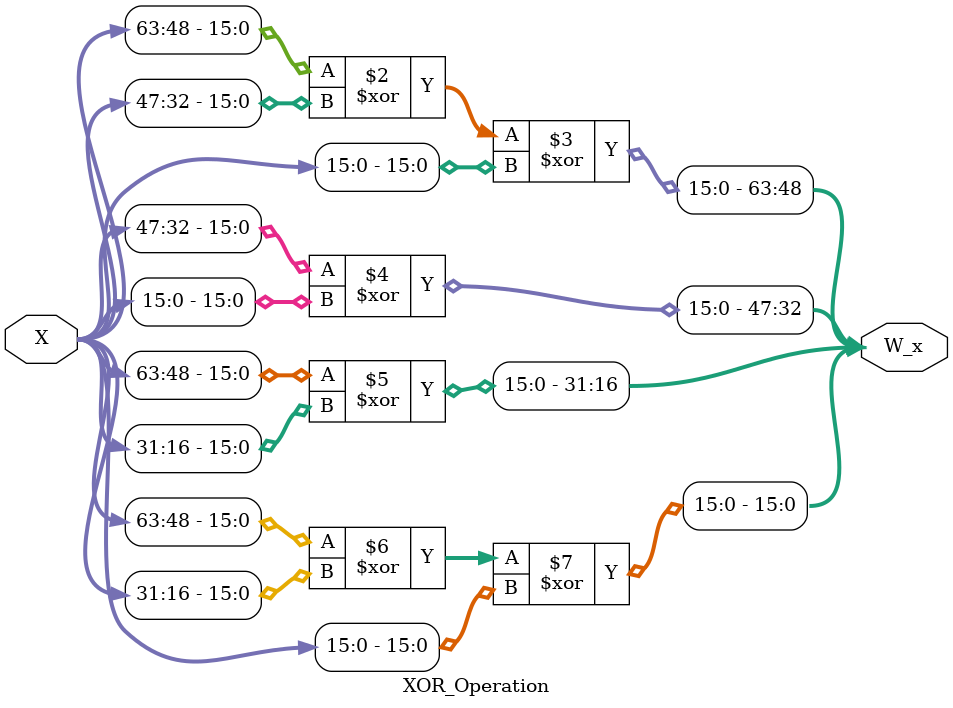
<source format=v>
module Round_enc(
    input [79:0] round_key,
    input [63:0] state_in,
    output [63:0] state_out );
    
    
    wire [63:0] S1,S2;
    Add_round_key     f1(state_in,round_key[63:0],S1);  //ilk þifre 0
    S_Box_Layer       f2(S1,S2);
    Permutation_Layer f3(S2,state_out);
    
endmodule


///// ADD ROUND KEY:

module Add_round_key(
input 	[63:0] 	State_in,
input 	[63:0] 	Round_key,
output	[63:0] 	State_out
);

	assign State_out = State_in ^ Round_key;

endmodule

///// S BOX LAYER:

module S_Box_Layer(
input 	[63:0] X,
output 	[63:0] S_x
);

	genvar i;
	generate for(i=0; i<16; i=i+1)  begin S_Box f(X[(4*i+3) : (4*i)], S_x[(4*i+3) : (4*i)]);  end endgenerate
	
endmodule


module S_Box(
input 			[3:0]	data_i,
output reg 	[3:0]	dataOut
);

	always @(*) begin
		case(data_i)
			4'h0:dataOut=4'hE;
			4'h1:dataOut=4'h4;
			4'h2:dataOut=4'hB;
			4'h3:dataOut=4'h1;
			4'h4:dataOut=4'h7;
			4'h5:dataOut=4'h9;
			4'h6:dataOut=4'hC;
			4'h7:dataOut=4'hA;
			4'h8:dataOut=4'hD;
			4'h9:dataOut=4'h2;
			4'hA:dataOut=4'h0;
			4'hB:dataOut=4'hF;
			4'hC:dataOut=4'h8;
			4'hD:dataOut=4'h5;
			4'hE:dataOut=4'h3;
			4'hF:dataOut=4'h6;
			default:dataOut=4'hX;
		endcase
	end

endmodule

///// PERMUTATION LAYER:

module Permutation_Layer(
    input [63:0] state_in,
    output [63:0] state_out);
    
    wire [63:0] S1, S2;
    Block_Shuffle     bs(state_in,S1);
    Round_Permutation rp(S1,S2);
    XOR_Operation     xr(S2,state_out);
    
endmodule


module Block_Shuffle(
    input [63:0] j,
    output [63:0] B_j );
    genvar i;
    generate for(i=0; i<4; i=i+1) begin  Block_S f(j[(16*i+15) : (16*i)], B_j[(16*i+15) : (16*i)]);  end endgenerate
endmodule

module Block_S(
    input [15:0] a,
    output reg [15:0] B_a);
    always @* begin
        B_a[3:0]  = a[11:8];
        B_a[7:4]  = a[15:12];
        B_a[11:8] = a[3:0];
        B_a[15:12]= a[7:4];
    end
endmodule


module Round_Permutation(
    input [63:0] j,
    output reg [63:0] r_j  );
    
    always @* begin
        r_j[63:48] = {j[54:48],j[63:55]};
        r_j[47:32] = {j[40:32],j[47:41]};
        r_j[31:16] = {j[27:16],j[31:28]};
        r_j[15:0]  = {j[14:0],j[15]};
    end
endmodule


module XOR_Operation(
    input [63:0] X,
    output reg [63:0] W_x );
    
    always @* begin
        W_x[63:48] = (X[63:48]^X[47:32]^X[15:0]);
        W_x[47:32] = (X[47:32]^X[15:0]);
        W_x[31:16] = (X[63:48]^X[31:16]);
        W_x[15:0]  = (X[63:48]^X[31:16]^X[15:0]);
    end
endmodule
</source>
